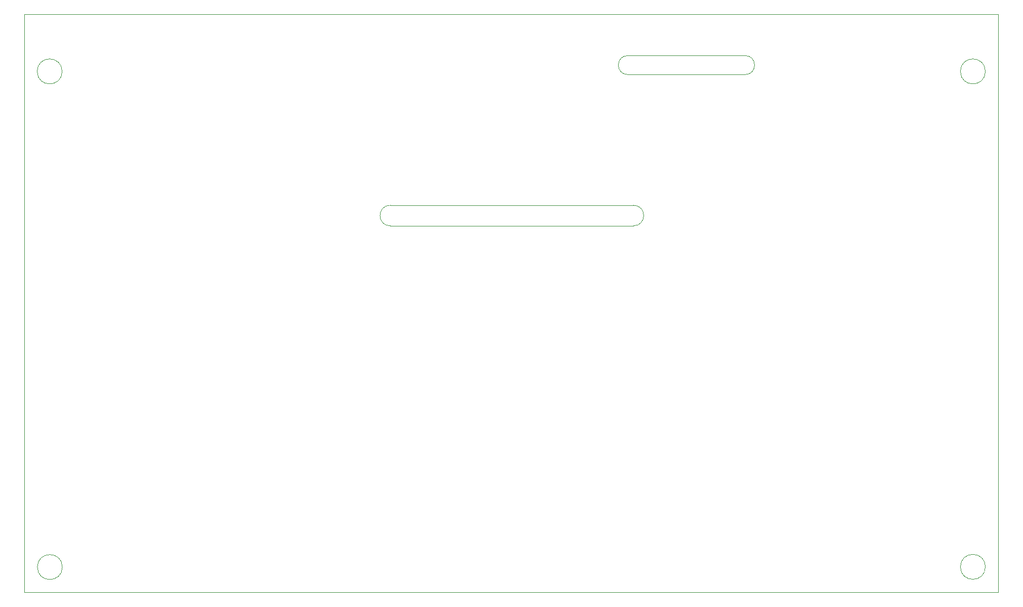
<source format=gbr>
G04 #@! TF.GenerationSoftware,KiCad,Pcbnew,(5.0.1)-4*
G04 #@! TF.CreationDate,2021-06-16T15:33:18+02:00*
G04 #@! TF.ProjectId,IOT SMART SWITCH,494F5420534D41525420535749544348,1.0*
G04 #@! TF.SameCoordinates,Original*
G04 #@! TF.FileFunction,Profile,NP*
%FSLAX46Y46*%
G04 Gerber Fmt 4.6, Leading zero omitted, Abs format (unit mm)*
G04 Created by KiCad (PCBNEW (5.0.1)-4) date 2021/06/16 15:33:18*
%MOMM*%
%LPD*%
G01*
G04 APERTURE LIST*
%ADD10C,0.050000*%
G04 APERTURE END LIST*
D10*
X181610000Y-41402000D02*
X162814000Y-41402000D01*
X162814000Y-38354000D02*
X181610000Y-38354000D01*
X181610000Y-38354000D02*
G75*
G02X181610000Y-41402000I0J-1524000D01*
G01*
X162814000Y-41402000D02*
G75*
G02X162814000Y-38354000I0J1524000D01*
G01*
X163703000Y-65659000D02*
X124714000Y-65659000D01*
X124714000Y-62357000D02*
X163703000Y-62357000D01*
X163703000Y-62357000D02*
G75*
G02X163703000Y-65659000I0J-1651000D01*
G01*
X124714000Y-65659000D02*
G75*
G02X124714000Y-62357000I0J1651000D01*
G01*
X66040000Y-31750000D02*
X66040000Y-36830000D01*
X222250000Y-31750000D02*
X66040000Y-31750000D01*
X222250000Y-34290000D02*
X222250000Y-31750000D01*
X222250000Y-36830000D02*
X222250000Y-34290000D01*
X220154000Y-40894000D02*
G75*
G03X220154000Y-40894000I-2000000J0D01*
G01*
X72104000Y-120396000D02*
G75*
G03X72104000Y-120396000I-2000000J0D01*
G01*
X72072000Y-40894000D02*
G75*
G03X72072000Y-40894000I-2000000J0D01*
G01*
X220154000Y-120364000D02*
G75*
G03X220154000Y-120364000I-2000000J0D01*
G01*
X222250000Y-36830000D02*
X222250000Y-39370000D01*
X66040000Y-39370000D02*
X66040000Y-36830000D01*
X66040000Y-124460000D02*
X66040000Y-39370000D01*
X222250000Y-124460000D02*
X66040000Y-124460000D01*
X222250000Y-121920000D02*
X222250000Y-124460000D01*
X222250000Y-39370000D02*
X222250000Y-121920000D01*
M02*

</source>
